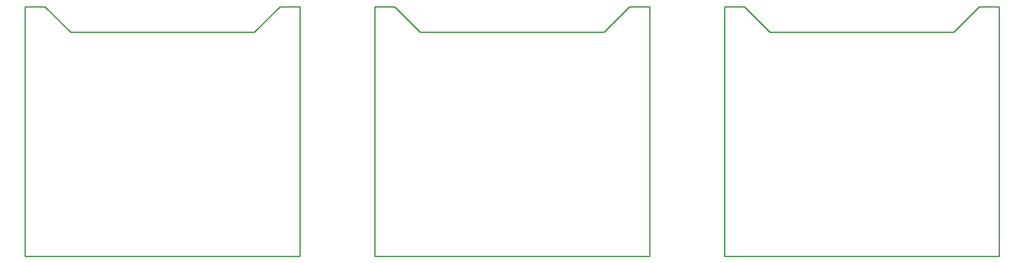
<source format=gko>
G04 Layer_Color=16711935*
%FSLAX44Y44*%
%MOMM*%
G71*
G01*
G75*
%ADD38C,0.2540*%
D38*
X2764469Y701000D02*
X2724469D01*
X2673469Y650000D01*
X2254469Y701000D02*
X2214469D01*
X2305469Y650000D02*
X2254469Y701000D01*
X2673469Y650000D02*
X2305469D01*
X2764469Y201000D02*
Y701000D01*
X2214469Y201000D02*
Y701000D01*
X2764469Y201000D02*
X2214469D01*
X2064469Y701000D02*
X2024469D01*
X1973469Y650000D01*
X1554469Y701000D02*
X1514469D01*
X1605469Y650000D02*
X1554469Y701000D01*
X1973469Y650000D02*
X1605469D01*
X2064469Y201000D02*
Y701000D01*
X1514469Y201000D02*
Y701000D01*
X2064469Y201000D02*
X1514469D01*
X1364469Y701000D02*
X1324469D01*
X1273469Y650000D01*
X854469Y701000D02*
X814469D01*
X905469Y650000D02*
X854469Y701000D01*
X1273469Y650000D02*
X905469D01*
X1364469Y201000D02*
Y701000D01*
X814469Y201000D02*
Y701000D01*
X1364469Y201000D02*
X814469D01*
M02*

</source>
